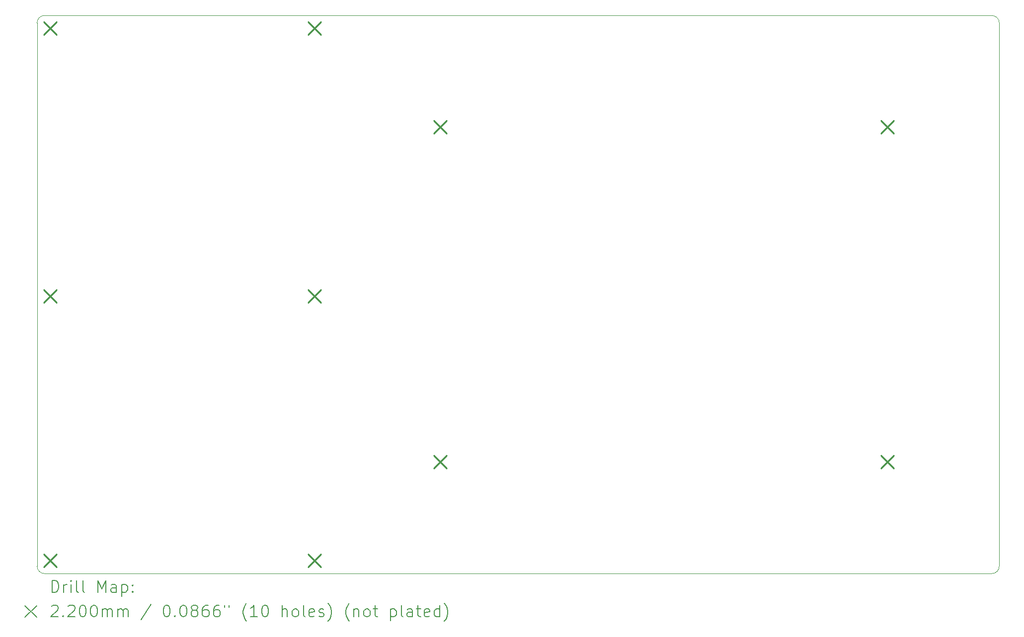
<source format=gbr>
%TF.GenerationSoftware,KiCad,Pcbnew,7.0.5*%
%TF.CreationDate,2024-09-25T00:15:11+08:00*%
%TF.ProjectId,TPS,5450532e-6b69-4636-9164-5f7063625858,rev?*%
%TF.SameCoordinates,Original*%
%TF.FileFunction,Drillmap*%
%TF.FilePolarity,Positive*%
%FSLAX45Y45*%
G04 Gerber Fmt 4.5, Leading zero omitted, Abs format (unit mm)*
G04 Created by KiCad (PCBNEW 7.0.5) date 2024-09-25 00:15:11*
%MOMM*%
%LPD*%
G01*
G04 APERTURE LIST*
%ADD10C,0.120000*%
%ADD11C,0.200000*%
%ADD12C,0.220000*%
G04 APERTURE END LIST*
D10*
X20115500Y-2900000D02*
X3973100Y-2900000D01*
X3846100Y-12298000D02*
G75*
G03*
X3973100Y-12425000I127000J0D01*
G01*
X3973100Y-2900000D02*
G75*
G03*
X3846100Y-3027000I0J-127000D01*
G01*
X20242500Y-12298000D02*
X20242500Y-3027000D01*
X20115500Y-12425000D02*
X3973100Y-12425000D01*
X3846100Y-3027000D02*
X3846100Y-12298000D01*
X20115500Y-12425000D02*
G75*
G03*
X20242500Y-12298000I0J127000D01*
G01*
X20242500Y-3027000D02*
G75*
G03*
X20115500Y-2900000I-127000J0D01*
G01*
D11*
D12*
X3956100Y-3010000D02*
X4176100Y-3230000D01*
X4176100Y-3010000D02*
X3956100Y-3230000D01*
X3956100Y-7583600D02*
X4176100Y-7803600D01*
X4176100Y-7583600D02*
X3956100Y-7803600D01*
X3956100Y-12095000D02*
X4176100Y-12315000D01*
X4176100Y-12095000D02*
X3956100Y-12315000D01*
X8467500Y-3010000D02*
X8687500Y-3230000D01*
X8687500Y-3010000D02*
X8467500Y-3230000D01*
X8467500Y-7583600D02*
X8687500Y-7803600D01*
X8687500Y-7583600D02*
X8467500Y-7803600D01*
X8467500Y-12095000D02*
X8687500Y-12315000D01*
X8687500Y-12095000D02*
X8467500Y-12315000D01*
X10607500Y-4695000D02*
X10827500Y-4915000D01*
X10827500Y-4695000D02*
X10607500Y-4915000D01*
X10607500Y-10410000D02*
X10827500Y-10630000D01*
X10827500Y-10410000D02*
X10607500Y-10630000D01*
X18227500Y-4695000D02*
X18447500Y-4915000D01*
X18447500Y-4695000D02*
X18227500Y-4915000D01*
X18227500Y-10410000D02*
X18447500Y-10630000D01*
X18447500Y-10410000D02*
X18227500Y-10630000D01*
D11*
X4100877Y-12742484D02*
X4100877Y-12542484D01*
X4100877Y-12542484D02*
X4148496Y-12542484D01*
X4148496Y-12542484D02*
X4177067Y-12552008D01*
X4177067Y-12552008D02*
X4196115Y-12571055D01*
X4196115Y-12571055D02*
X4205639Y-12590103D01*
X4205639Y-12590103D02*
X4215163Y-12628198D01*
X4215163Y-12628198D02*
X4215163Y-12656769D01*
X4215163Y-12656769D02*
X4205639Y-12694865D01*
X4205639Y-12694865D02*
X4196115Y-12713912D01*
X4196115Y-12713912D02*
X4177067Y-12732960D01*
X4177067Y-12732960D02*
X4148496Y-12742484D01*
X4148496Y-12742484D02*
X4100877Y-12742484D01*
X4300877Y-12742484D02*
X4300877Y-12609150D01*
X4300877Y-12647246D02*
X4310401Y-12628198D01*
X4310401Y-12628198D02*
X4319924Y-12618674D01*
X4319924Y-12618674D02*
X4338972Y-12609150D01*
X4338972Y-12609150D02*
X4358020Y-12609150D01*
X4424686Y-12742484D02*
X4424686Y-12609150D01*
X4424686Y-12542484D02*
X4415163Y-12552008D01*
X4415163Y-12552008D02*
X4424686Y-12561531D01*
X4424686Y-12561531D02*
X4434210Y-12552008D01*
X4434210Y-12552008D02*
X4424686Y-12542484D01*
X4424686Y-12542484D02*
X4424686Y-12561531D01*
X4548496Y-12742484D02*
X4529448Y-12732960D01*
X4529448Y-12732960D02*
X4519924Y-12713912D01*
X4519924Y-12713912D02*
X4519924Y-12542484D01*
X4653258Y-12742484D02*
X4634210Y-12732960D01*
X4634210Y-12732960D02*
X4624686Y-12713912D01*
X4624686Y-12713912D02*
X4624686Y-12542484D01*
X4881829Y-12742484D02*
X4881829Y-12542484D01*
X4881829Y-12542484D02*
X4948496Y-12685341D01*
X4948496Y-12685341D02*
X5015163Y-12542484D01*
X5015163Y-12542484D02*
X5015163Y-12742484D01*
X5196115Y-12742484D02*
X5196115Y-12637722D01*
X5196115Y-12637722D02*
X5186591Y-12618674D01*
X5186591Y-12618674D02*
X5167544Y-12609150D01*
X5167544Y-12609150D02*
X5129448Y-12609150D01*
X5129448Y-12609150D02*
X5110401Y-12618674D01*
X5196115Y-12732960D02*
X5177067Y-12742484D01*
X5177067Y-12742484D02*
X5129448Y-12742484D01*
X5129448Y-12742484D02*
X5110401Y-12732960D01*
X5110401Y-12732960D02*
X5100877Y-12713912D01*
X5100877Y-12713912D02*
X5100877Y-12694865D01*
X5100877Y-12694865D02*
X5110401Y-12675817D01*
X5110401Y-12675817D02*
X5129448Y-12666293D01*
X5129448Y-12666293D02*
X5177067Y-12666293D01*
X5177067Y-12666293D02*
X5196115Y-12656769D01*
X5291353Y-12609150D02*
X5291353Y-12809150D01*
X5291353Y-12618674D02*
X5310401Y-12609150D01*
X5310401Y-12609150D02*
X5348496Y-12609150D01*
X5348496Y-12609150D02*
X5367544Y-12618674D01*
X5367544Y-12618674D02*
X5377067Y-12628198D01*
X5377067Y-12628198D02*
X5386591Y-12647246D01*
X5386591Y-12647246D02*
X5386591Y-12704388D01*
X5386591Y-12704388D02*
X5377067Y-12723436D01*
X5377067Y-12723436D02*
X5367544Y-12732960D01*
X5367544Y-12732960D02*
X5348496Y-12742484D01*
X5348496Y-12742484D02*
X5310401Y-12742484D01*
X5310401Y-12742484D02*
X5291353Y-12732960D01*
X5472305Y-12723436D02*
X5481829Y-12732960D01*
X5481829Y-12732960D02*
X5472305Y-12742484D01*
X5472305Y-12742484D02*
X5462782Y-12732960D01*
X5462782Y-12732960D02*
X5472305Y-12723436D01*
X5472305Y-12723436D02*
X5472305Y-12742484D01*
X5472305Y-12618674D02*
X5481829Y-12628198D01*
X5481829Y-12628198D02*
X5472305Y-12637722D01*
X5472305Y-12637722D02*
X5462782Y-12628198D01*
X5462782Y-12628198D02*
X5472305Y-12618674D01*
X5472305Y-12618674D02*
X5472305Y-12637722D01*
X3640100Y-12971000D02*
X3840100Y-13171000D01*
X3840100Y-12971000D02*
X3640100Y-13171000D01*
X4091353Y-12981531D02*
X4100877Y-12972008D01*
X4100877Y-12972008D02*
X4119924Y-12962484D01*
X4119924Y-12962484D02*
X4167543Y-12962484D01*
X4167543Y-12962484D02*
X4186591Y-12972008D01*
X4186591Y-12972008D02*
X4196115Y-12981531D01*
X4196115Y-12981531D02*
X4205639Y-13000579D01*
X4205639Y-13000579D02*
X4205639Y-13019627D01*
X4205639Y-13019627D02*
X4196115Y-13048198D01*
X4196115Y-13048198D02*
X4081829Y-13162484D01*
X4081829Y-13162484D02*
X4205639Y-13162484D01*
X4291353Y-13143436D02*
X4300877Y-13152960D01*
X4300877Y-13152960D02*
X4291353Y-13162484D01*
X4291353Y-13162484D02*
X4281829Y-13152960D01*
X4281829Y-13152960D02*
X4291353Y-13143436D01*
X4291353Y-13143436D02*
X4291353Y-13162484D01*
X4377067Y-12981531D02*
X4386591Y-12972008D01*
X4386591Y-12972008D02*
X4405639Y-12962484D01*
X4405639Y-12962484D02*
X4453258Y-12962484D01*
X4453258Y-12962484D02*
X4472305Y-12972008D01*
X4472305Y-12972008D02*
X4481829Y-12981531D01*
X4481829Y-12981531D02*
X4491353Y-13000579D01*
X4491353Y-13000579D02*
X4491353Y-13019627D01*
X4491353Y-13019627D02*
X4481829Y-13048198D01*
X4481829Y-13048198D02*
X4367544Y-13162484D01*
X4367544Y-13162484D02*
X4491353Y-13162484D01*
X4615163Y-12962484D02*
X4634210Y-12962484D01*
X4634210Y-12962484D02*
X4653258Y-12972008D01*
X4653258Y-12972008D02*
X4662782Y-12981531D01*
X4662782Y-12981531D02*
X4672305Y-13000579D01*
X4672305Y-13000579D02*
X4681829Y-13038674D01*
X4681829Y-13038674D02*
X4681829Y-13086293D01*
X4681829Y-13086293D02*
X4672305Y-13124388D01*
X4672305Y-13124388D02*
X4662782Y-13143436D01*
X4662782Y-13143436D02*
X4653258Y-13152960D01*
X4653258Y-13152960D02*
X4634210Y-13162484D01*
X4634210Y-13162484D02*
X4615163Y-13162484D01*
X4615163Y-13162484D02*
X4596115Y-13152960D01*
X4596115Y-13152960D02*
X4586591Y-13143436D01*
X4586591Y-13143436D02*
X4577067Y-13124388D01*
X4577067Y-13124388D02*
X4567544Y-13086293D01*
X4567544Y-13086293D02*
X4567544Y-13038674D01*
X4567544Y-13038674D02*
X4577067Y-13000579D01*
X4577067Y-13000579D02*
X4586591Y-12981531D01*
X4586591Y-12981531D02*
X4596115Y-12972008D01*
X4596115Y-12972008D02*
X4615163Y-12962484D01*
X4805639Y-12962484D02*
X4824686Y-12962484D01*
X4824686Y-12962484D02*
X4843734Y-12972008D01*
X4843734Y-12972008D02*
X4853258Y-12981531D01*
X4853258Y-12981531D02*
X4862782Y-13000579D01*
X4862782Y-13000579D02*
X4872305Y-13038674D01*
X4872305Y-13038674D02*
X4872305Y-13086293D01*
X4872305Y-13086293D02*
X4862782Y-13124388D01*
X4862782Y-13124388D02*
X4853258Y-13143436D01*
X4853258Y-13143436D02*
X4843734Y-13152960D01*
X4843734Y-13152960D02*
X4824686Y-13162484D01*
X4824686Y-13162484D02*
X4805639Y-13162484D01*
X4805639Y-13162484D02*
X4786591Y-13152960D01*
X4786591Y-13152960D02*
X4777067Y-13143436D01*
X4777067Y-13143436D02*
X4767544Y-13124388D01*
X4767544Y-13124388D02*
X4758020Y-13086293D01*
X4758020Y-13086293D02*
X4758020Y-13038674D01*
X4758020Y-13038674D02*
X4767544Y-13000579D01*
X4767544Y-13000579D02*
X4777067Y-12981531D01*
X4777067Y-12981531D02*
X4786591Y-12972008D01*
X4786591Y-12972008D02*
X4805639Y-12962484D01*
X4958020Y-13162484D02*
X4958020Y-13029150D01*
X4958020Y-13048198D02*
X4967544Y-13038674D01*
X4967544Y-13038674D02*
X4986591Y-13029150D01*
X4986591Y-13029150D02*
X5015163Y-13029150D01*
X5015163Y-13029150D02*
X5034210Y-13038674D01*
X5034210Y-13038674D02*
X5043734Y-13057722D01*
X5043734Y-13057722D02*
X5043734Y-13162484D01*
X5043734Y-13057722D02*
X5053258Y-13038674D01*
X5053258Y-13038674D02*
X5072305Y-13029150D01*
X5072305Y-13029150D02*
X5100877Y-13029150D01*
X5100877Y-13029150D02*
X5119925Y-13038674D01*
X5119925Y-13038674D02*
X5129448Y-13057722D01*
X5129448Y-13057722D02*
X5129448Y-13162484D01*
X5224686Y-13162484D02*
X5224686Y-13029150D01*
X5224686Y-13048198D02*
X5234210Y-13038674D01*
X5234210Y-13038674D02*
X5253258Y-13029150D01*
X5253258Y-13029150D02*
X5281829Y-13029150D01*
X5281829Y-13029150D02*
X5300877Y-13038674D01*
X5300877Y-13038674D02*
X5310401Y-13057722D01*
X5310401Y-13057722D02*
X5310401Y-13162484D01*
X5310401Y-13057722D02*
X5319925Y-13038674D01*
X5319925Y-13038674D02*
X5338972Y-13029150D01*
X5338972Y-13029150D02*
X5367544Y-13029150D01*
X5367544Y-13029150D02*
X5386591Y-13038674D01*
X5386591Y-13038674D02*
X5396115Y-13057722D01*
X5396115Y-13057722D02*
X5396115Y-13162484D01*
X5786591Y-12952960D02*
X5615163Y-13210103D01*
X6043734Y-12962484D02*
X6062782Y-12962484D01*
X6062782Y-12962484D02*
X6081829Y-12972008D01*
X6081829Y-12972008D02*
X6091353Y-12981531D01*
X6091353Y-12981531D02*
X6100877Y-13000579D01*
X6100877Y-13000579D02*
X6110401Y-13038674D01*
X6110401Y-13038674D02*
X6110401Y-13086293D01*
X6110401Y-13086293D02*
X6100877Y-13124388D01*
X6100877Y-13124388D02*
X6091353Y-13143436D01*
X6091353Y-13143436D02*
X6081829Y-13152960D01*
X6081829Y-13152960D02*
X6062782Y-13162484D01*
X6062782Y-13162484D02*
X6043734Y-13162484D01*
X6043734Y-13162484D02*
X6024686Y-13152960D01*
X6024686Y-13152960D02*
X6015163Y-13143436D01*
X6015163Y-13143436D02*
X6005639Y-13124388D01*
X6005639Y-13124388D02*
X5996115Y-13086293D01*
X5996115Y-13086293D02*
X5996115Y-13038674D01*
X5996115Y-13038674D02*
X6005639Y-13000579D01*
X6005639Y-13000579D02*
X6015163Y-12981531D01*
X6015163Y-12981531D02*
X6024686Y-12972008D01*
X6024686Y-12972008D02*
X6043734Y-12962484D01*
X6196115Y-13143436D02*
X6205639Y-13152960D01*
X6205639Y-13152960D02*
X6196115Y-13162484D01*
X6196115Y-13162484D02*
X6186591Y-13152960D01*
X6186591Y-13152960D02*
X6196115Y-13143436D01*
X6196115Y-13143436D02*
X6196115Y-13162484D01*
X6329448Y-12962484D02*
X6348496Y-12962484D01*
X6348496Y-12962484D02*
X6367544Y-12972008D01*
X6367544Y-12972008D02*
X6377067Y-12981531D01*
X6377067Y-12981531D02*
X6386591Y-13000579D01*
X6386591Y-13000579D02*
X6396115Y-13038674D01*
X6396115Y-13038674D02*
X6396115Y-13086293D01*
X6396115Y-13086293D02*
X6386591Y-13124388D01*
X6386591Y-13124388D02*
X6377067Y-13143436D01*
X6377067Y-13143436D02*
X6367544Y-13152960D01*
X6367544Y-13152960D02*
X6348496Y-13162484D01*
X6348496Y-13162484D02*
X6329448Y-13162484D01*
X6329448Y-13162484D02*
X6310401Y-13152960D01*
X6310401Y-13152960D02*
X6300877Y-13143436D01*
X6300877Y-13143436D02*
X6291353Y-13124388D01*
X6291353Y-13124388D02*
X6281829Y-13086293D01*
X6281829Y-13086293D02*
X6281829Y-13038674D01*
X6281829Y-13038674D02*
X6291353Y-13000579D01*
X6291353Y-13000579D02*
X6300877Y-12981531D01*
X6300877Y-12981531D02*
X6310401Y-12972008D01*
X6310401Y-12972008D02*
X6329448Y-12962484D01*
X6510401Y-13048198D02*
X6491353Y-13038674D01*
X6491353Y-13038674D02*
X6481829Y-13029150D01*
X6481829Y-13029150D02*
X6472306Y-13010103D01*
X6472306Y-13010103D02*
X6472306Y-13000579D01*
X6472306Y-13000579D02*
X6481829Y-12981531D01*
X6481829Y-12981531D02*
X6491353Y-12972008D01*
X6491353Y-12972008D02*
X6510401Y-12962484D01*
X6510401Y-12962484D02*
X6548496Y-12962484D01*
X6548496Y-12962484D02*
X6567544Y-12972008D01*
X6567544Y-12972008D02*
X6577067Y-12981531D01*
X6577067Y-12981531D02*
X6586591Y-13000579D01*
X6586591Y-13000579D02*
X6586591Y-13010103D01*
X6586591Y-13010103D02*
X6577067Y-13029150D01*
X6577067Y-13029150D02*
X6567544Y-13038674D01*
X6567544Y-13038674D02*
X6548496Y-13048198D01*
X6548496Y-13048198D02*
X6510401Y-13048198D01*
X6510401Y-13048198D02*
X6491353Y-13057722D01*
X6491353Y-13057722D02*
X6481829Y-13067246D01*
X6481829Y-13067246D02*
X6472306Y-13086293D01*
X6472306Y-13086293D02*
X6472306Y-13124388D01*
X6472306Y-13124388D02*
X6481829Y-13143436D01*
X6481829Y-13143436D02*
X6491353Y-13152960D01*
X6491353Y-13152960D02*
X6510401Y-13162484D01*
X6510401Y-13162484D02*
X6548496Y-13162484D01*
X6548496Y-13162484D02*
X6567544Y-13152960D01*
X6567544Y-13152960D02*
X6577067Y-13143436D01*
X6577067Y-13143436D02*
X6586591Y-13124388D01*
X6586591Y-13124388D02*
X6586591Y-13086293D01*
X6586591Y-13086293D02*
X6577067Y-13067246D01*
X6577067Y-13067246D02*
X6567544Y-13057722D01*
X6567544Y-13057722D02*
X6548496Y-13048198D01*
X6758020Y-12962484D02*
X6719925Y-12962484D01*
X6719925Y-12962484D02*
X6700877Y-12972008D01*
X6700877Y-12972008D02*
X6691353Y-12981531D01*
X6691353Y-12981531D02*
X6672306Y-13010103D01*
X6672306Y-13010103D02*
X6662782Y-13048198D01*
X6662782Y-13048198D02*
X6662782Y-13124388D01*
X6662782Y-13124388D02*
X6672306Y-13143436D01*
X6672306Y-13143436D02*
X6681829Y-13152960D01*
X6681829Y-13152960D02*
X6700877Y-13162484D01*
X6700877Y-13162484D02*
X6738972Y-13162484D01*
X6738972Y-13162484D02*
X6758020Y-13152960D01*
X6758020Y-13152960D02*
X6767544Y-13143436D01*
X6767544Y-13143436D02*
X6777067Y-13124388D01*
X6777067Y-13124388D02*
X6777067Y-13076769D01*
X6777067Y-13076769D02*
X6767544Y-13057722D01*
X6767544Y-13057722D02*
X6758020Y-13048198D01*
X6758020Y-13048198D02*
X6738972Y-13038674D01*
X6738972Y-13038674D02*
X6700877Y-13038674D01*
X6700877Y-13038674D02*
X6681829Y-13048198D01*
X6681829Y-13048198D02*
X6672306Y-13057722D01*
X6672306Y-13057722D02*
X6662782Y-13076769D01*
X6948496Y-12962484D02*
X6910401Y-12962484D01*
X6910401Y-12962484D02*
X6891353Y-12972008D01*
X6891353Y-12972008D02*
X6881829Y-12981531D01*
X6881829Y-12981531D02*
X6862782Y-13010103D01*
X6862782Y-13010103D02*
X6853258Y-13048198D01*
X6853258Y-13048198D02*
X6853258Y-13124388D01*
X6853258Y-13124388D02*
X6862782Y-13143436D01*
X6862782Y-13143436D02*
X6872306Y-13152960D01*
X6872306Y-13152960D02*
X6891353Y-13162484D01*
X6891353Y-13162484D02*
X6929448Y-13162484D01*
X6929448Y-13162484D02*
X6948496Y-13152960D01*
X6948496Y-13152960D02*
X6958020Y-13143436D01*
X6958020Y-13143436D02*
X6967544Y-13124388D01*
X6967544Y-13124388D02*
X6967544Y-13076769D01*
X6967544Y-13076769D02*
X6958020Y-13057722D01*
X6958020Y-13057722D02*
X6948496Y-13048198D01*
X6948496Y-13048198D02*
X6929448Y-13038674D01*
X6929448Y-13038674D02*
X6891353Y-13038674D01*
X6891353Y-13038674D02*
X6872306Y-13048198D01*
X6872306Y-13048198D02*
X6862782Y-13057722D01*
X6862782Y-13057722D02*
X6853258Y-13076769D01*
X7043734Y-12962484D02*
X7043734Y-13000579D01*
X7119925Y-12962484D02*
X7119925Y-13000579D01*
X7415163Y-13238674D02*
X7405639Y-13229150D01*
X7405639Y-13229150D02*
X7386591Y-13200579D01*
X7386591Y-13200579D02*
X7377068Y-13181531D01*
X7377068Y-13181531D02*
X7367544Y-13152960D01*
X7367544Y-13152960D02*
X7358020Y-13105341D01*
X7358020Y-13105341D02*
X7358020Y-13067246D01*
X7358020Y-13067246D02*
X7367544Y-13019627D01*
X7367544Y-13019627D02*
X7377068Y-12991055D01*
X7377068Y-12991055D02*
X7386591Y-12972008D01*
X7386591Y-12972008D02*
X7405639Y-12943436D01*
X7405639Y-12943436D02*
X7415163Y-12933912D01*
X7596115Y-13162484D02*
X7481829Y-13162484D01*
X7538972Y-13162484D02*
X7538972Y-12962484D01*
X7538972Y-12962484D02*
X7519925Y-12991055D01*
X7519925Y-12991055D02*
X7500877Y-13010103D01*
X7500877Y-13010103D02*
X7481829Y-13019627D01*
X7719925Y-12962484D02*
X7738972Y-12962484D01*
X7738972Y-12962484D02*
X7758020Y-12972008D01*
X7758020Y-12972008D02*
X7767544Y-12981531D01*
X7767544Y-12981531D02*
X7777068Y-13000579D01*
X7777068Y-13000579D02*
X7786591Y-13038674D01*
X7786591Y-13038674D02*
X7786591Y-13086293D01*
X7786591Y-13086293D02*
X7777068Y-13124388D01*
X7777068Y-13124388D02*
X7767544Y-13143436D01*
X7767544Y-13143436D02*
X7758020Y-13152960D01*
X7758020Y-13152960D02*
X7738972Y-13162484D01*
X7738972Y-13162484D02*
X7719925Y-13162484D01*
X7719925Y-13162484D02*
X7700877Y-13152960D01*
X7700877Y-13152960D02*
X7691353Y-13143436D01*
X7691353Y-13143436D02*
X7681829Y-13124388D01*
X7681829Y-13124388D02*
X7672306Y-13086293D01*
X7672306Y-13086293D02*
X7672306Y-13038674D01*
X7672306Y-13038674D02*
X7681829Y-13000579D01*
X7681829Y-13000579D02*
X7691353Y-12981531D01*
X7691353Y-12981531D02*
X7700877Y-12972008D01*
X7700877Y-12972008D02*
X7719925Y-12962484D01*
X8024687Y-13162484D02*
X8024687Y-12962484D01*
X8110401Y-13162484D02*
X8110401Y-13057722D01*
X8110401Y-13057722D02*
X8100877Y-13038674D01*
X8100877Y-13038674D02*
X8081830Y-13029150D01*
X8081830Y-13029150D02*
X8053258Y-13029150D01*
X8053258Y-13029150D02*
X8034210Y-13038674D01*
X8034210Y-13038674D02*
X8024687Y-13048198D01*
X8234210Y-13162484D02*
X8215163Y-13152960D01*
X8215163Y-13152960D02*
X8205639Y-13143436D01*
X8205639Y-13143436D02*
X8196115Y-13124388D01*
X8196115Y-13124388D02*
X8196115Y-13067246D01*
X8196115Y-13067246D02*
X8205639Y-13048198D01*
X8205639Y-13048198D02*
X8215163Y-13038674D01*
X8215163Y-13038674D02*
X8234210Y-13029150D01*
X8234210Y-13029150D02*
X8262782Y-13029150D01*
X8262782Y-13029150D02*
X8281830Y-13038674D01*
X8281830Y-13038674D02*
X8291353Y-13048198D01*
X8291353Y-13048198D02*
X8300877Y-13067246D01*
X8300877Y-13067246D02*
X8300877Y-13124388D01*
X8300877Y-13124388D02*
X8291353Y-13143436D01*
X8291353Y-13143436D02*
X8281830Y-13152960D01*
X8281830Y-13152960D02*
X8262782Y-13162484D01*
X8262782Y-13162484D02*
X8234210Y-13162484D01*
X8415163Y-13162484D02*
X8396115Y-13152960D01*
X8396115Y-13152960D02*
X8386591Y-13133912D01*
X8386591Y-13133912D02*
X8386591Y-12962484D01*
X8567544Y-13152960D02*
X8548496Y-13162484D01*
X8548496Y-13162484D02*
X8510401Y-13162484D01*
X8510401Y-13162484D02*
X8491353Y-13152960D01*
X8491353Y-13152960D02*
X8481830Y-13133912D01*
X8481830Y-13133912D02*
X8481830Y-13057722D01*
X8481830Y-13057722D02*
X8491353Y-13038674D01*
X8491353Y-13038674D02*
X8510401Y-13029150D01*
X8510401Y-13029150D02*
X8548496Y-13029150D01*
X8548496Y-13029150D02*
X8567544Y-13038674D01*
X8567544Y-13038674D02*
X8577068Y-13057722D01*
X8577068Y-13057722D02*
X8577068Y-13076769D01*
X8577068Y-13076769D02*
X8481830Y-13095817D01*
X8653258Y-13152960D02*
X8672306Y-13162484D01*
X8672306Y-13162484D02*
X8710401Y-13162484D01*
X8710401Y-13162484D02*
X8729449Y-13152960D01*
X8729449Y-13152960D02*
X8738973Y-13133912D01*
X8738973Y-13133912D02*
X8738973Y-13124388D01*
X8738973Y-13124388D02*
X8729449Y-13105341D01*
X8729449Y-13105341D02*
X8710401Y-13095817D01*
X8710401Y-13095817D02*
X8681830Y-13095817D01*
X8681830Y-13095817D02*
X8662782Y-13086293D01*
X8662782Y-13086293D02*
X8653258Y-13067246D01*
X8653258Y-13067246D02*
X8653258Y-13057722D01*
X8653258Y-13057722D02*
X8662782Y-13038674D01*
X8662782Y-13038674D02*
X8681830Y-13029150D01*
X8681830Y-13029150D02*
X8710401Y-13029150D01*
X8710401Y-13029150D02*
X8729449Y-13038674D01*
X8805639Y-13238674D02*
X8815163Y-13229150D01*
X8815163Y-13229150D02*
X8834211Y-13200579D01*
X8834211Y-13200579D02*
X8843734Y-13181531D01*
X8843734Y-13181531D02*
X8853258Y-13152960D01*
X8853258Y-13152960D02*
X8862782Y-13105341D01*
X8862782Y-13105341D02*
X8862782Y-13067246D01*
X8862782Y-13067246D02*
X8853258Y-13019627D01*
X8853258Y-13019627D02*
X8843734Y-12991055D01*
X8843734Y-12991055D02*
X8834211Y-12972008D01*
X8834211Y-12972008D02*
X8815163Y-12943436D01*
X8815163Y-12943436D02*
X8805639Y-12933912D01*
X9167544Y-13238674D02*
X9158020Y-13229150D01*
X9158020Y-13229150D02*
X9138973Y-13200579D01*
X9138973Y-13200579D02*
X9129449Y-13181531D01*
X9129449Y-13181531D02*
X9119925Y-13152960D01*
X9119925Y-13152960D02*
X9110401Y-13105341D01*
X9110401Y-13105341D02*
X9110401Y-13067246D01*
X9110401Y-13067246D02*
X9119925Y-13019627D01*
X9119925Y-13019627D02*
X9129449Y-12991055D01*
X9129449Y-12991055D02*
X9138973Y-12972008D01*
X9138973Y-12972008D02*
X9158020Y-12943436D01*
X9158020Y-12943436D02*
X9167544Y-12933912D01*
X9243734Y-13029150D02*
X9243734Y-13162484D01*
X9243734Y-13048198D02*
X9253258Y-13038674D01*
X9253258Y-13038674D02*
X9272306Y-13029150D01*
X9272306Y-13029150D02*
X9300877Y-13029150D01*
X9300877Y-13029150D02*
X9319925Y-13038674D01*
X9319925Y-13038674D02*
X9329449Y-13057722D01*
X9329449Y-13057722D02*
X9329449Y-13162484D01*
X9453258Y-13162484D02*
X9434211Y-13152960D01*
X9434211Y-13152960D02*
X9424687Y-13143436D01*
X9424687Y-13143436D02*
X9415163Y-13124388D01*
X9415163Y-13124388D02*
X9415163Y-13067246D01*
X9415163Y-13067246D02*
X9424687Y-13048198D01*
X9424687Y-13048198D02*
X9434211Y-13038674D01*
X9434211Y-13038674D02*
X9453258Y-13029150D01*
X9453258Y-13029150D02*
X9481830Y-13029150D01*
X9481830Y-13029150D02*
X9500877Y-13038674D01*
X9500877Y-13038674D02*
X9510401Y-13048198D01*
X9510401Y-13048198D02*
X9519925Y-13067246D01*
X9519925Y-13067246D02*
X9519925Y-13124388D01*
X9519925Y-13124388D02*
X9510401Y-13143436D01*
X9510401Y-13143436D02*
X9500877Y-13152960D01*
X9500877Y-13152960D02*
X9481830Y-13162484D01*
X9481830Y-13162484D02*
X9453258Y-13162484D01*
X9577068Y-13029150D02*
X9653258Y-13029150D01*
X9605639Y-12962484D02*
X9605639Y-13133912D01*
X9605639Y-13133912D02*
X9615163Y-13152960D01*
X9615163Y-13152960D02*
X9634211Y-13162484D01*
X9634211Y-13162484D02*
X9653258Y-13162484D01*
X9872306Y-13029150D02*
X9872306Y-13229150D01*
X9872306Y-13038674D02*
X9891354Y-13029150D01*
X9891354Y-13029150D02*
X9929449Y-13029150D01*
X9929449Y-13029150D02*
X9948496Y-13038674D01*
X9948496Y-13038674D02*
X9958020Y-13048198D01*
X9958020Y-13048198D02*
X9967544Y-13067246D01*
X9967544Y-13067246D02*
X9967544Y-13124388D01*
X9967544Y-13124388D02*
X9958020Y-13143436D01*
X9958020Y-13143436D02*
X9948496Y-13152960D01*
X9948496Y-13152960D02*
X9929449Y-13162484D01*
X9929449Y-13162484D02*
X9891354Y-13162484D01*
X9891354Y-13162484D02*
X9872306Y-13152960D01*
X10081830Y-13162484D02*
X10062782Y-13152960D01*
X10062782Y-13152960D02*
X10053258Y-13133912D01*
X10053258Y-13133912D02*
X10053258Y-12962484D01*
X10243735Y-13162484D02*
X10243735Y-13057722D01*
X10243735Y-13057722D02*
X10234211Y-13038674D01*
X10234211Y-13038674D02*
X10215163Y-13029150D01*
X10215163Y-13029150D02*
X10177068Y-13029150D01*
X10177068Y-13029150D02*
X10158020Y-13038674D01*
X10243735Y-13152960D02*
X10224687Y-13162484D01*
X10224687Y-13162484D02*
X10177068Y-13162484D01*
X10177068Y-13162484D02*
X10158020Y-13152960D01*
X10158020Y-13152960D02*
X10148496Y-13133912D01*
X10148496Y-13133912D02*
X10148496Y-13114865D01*
X10148496Y-13114865D02*
X10158020Y-13095817D01*
X10158020Y-13095817D02*
X10177068Y-13086293D01*
X10177068Y-13086293D02*
X10224687Y-13086293D01*
X10224687Y-13086293D02*
X10243735Y-13076769D01*
X10310401Y-13029150D02*
X10386592Y-13029150D01*
X10338973Y-12962484D02*
X10338973Y-13133912D01*
X10338973Y-13133912D02*
X10348496Y-13152960D01*
X10348496Y-13152960D02*
X10367544Y-13162484D01*
X10367544Y-13162484D02*
X10386592Y-13162484D01*
X10529449Y-13152960D02*
X10510401Y-13162484D01*
X10510401Y-13162484D02*
X10472306Y-13162484D01*
X10472306Y-13162484D02*
X10453258Y-13152960D01*
X10453258Y-13152960D02*
X10443735Y-13133912D01*
X10443735Y-13133912D02*
X10443735Y-13057722D01*
X10443735Y-13057722D02*
X10453258Y-13038674D01*
X10453258Y-13038674D02*
X10472306Y-13029150D01*
X10472306Y-13029150D02*
X10510401Y-13029150D01*
X10510401Y-13029150D02*
X10529449Y-13038674D01*
X10529449Y-13038674D02*
X10538973Y-13057722D01*
X10538973Y-13057722D02*
X10538973Y-13076769D01*
X10538973Y-13076769D02*
X10443735Y-13095817D01*
X10710401Y-13162484D02*
X10710401Y-12962484D01*
X10710401Y-13152960D02*
X10691354Y-13162484D01*
X10691354Y-13162484D02*
X10653258Y-13162484D01*
X10653258Y-13162484D02*
X10634211Y-13152960D01*
X10634211Y-13152960D02*
X10624687Y-13143436D01*
X10624687Y-13143436D02*
X10615163Y-13124388D01*
X10615163Y-13124388D02*
X10615163Y-13067246D01*
X10615163Y-13067246D02*
X10624687Y-13048198D01*
X10624687Y-13048198D02*
X10634211Y-13038674D01*
X10634211Y-13038674D02*
X10653258Y-13029150D01*
X10653258Y-13029150D02*
X10691354Y-13029150D01*
X10691354Y-13029150D02*
X10710401Y-13038674D01*
X10786592Y-13238674D02*
X10796116Y-13229150D01*
X10796116Y-13229150D02*
X10815163Y-13200579D01*
X10815163Y-13200579D02*
X10824687Y-13181531D01*
X10824687Y-13181531D02*
X10834211Y-13152960D01*
X10834211Y-13152960D02*
X10843735Y-13105341D01*
X10843735Y-13105341D02*
X10843735Y-13067246D01*
X10843735Y-13067246D02*
X10834211Y-13019627D01*
X10834211Y-13019627D02*
X10824687Y-12991055D01*
X10824687Y-12991055D02*
X10815163Y-12972008D01*
X10815163Y-12972008D02*
X10796116Y-12943436D01*
X10796116Y-12943436D02*
X10786592Y-12933912D01*
M02*

</source>
